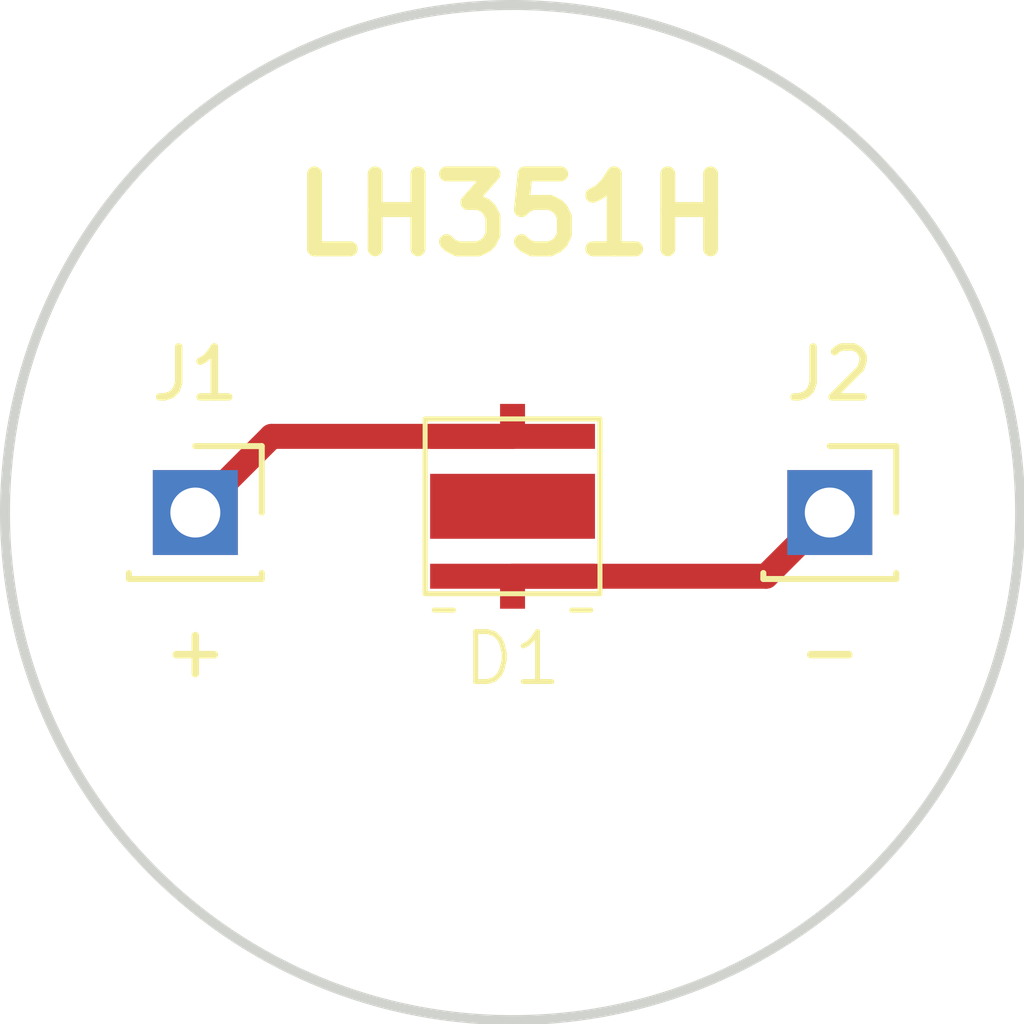
<source format=kicad_pcb>
(kicad_pcb (version 20241229) (generator "pcbnew") (generator_version "9.0")
  (layers (0 "F.Cu" signal) (2 "B.Cu" signal) (13 "F.Paste" user) (15 "B.Paste" user) (5 "F.SilkS" user "F.Silkscreen") (7 "B.SilkS" user "B.Silkscreen") (1 "F.Mask" user) (3 "B.Mask" user) (25 "Edge.Cuts" user))
  (net 0 "")
  (net 1 "Net-(D1-A)")
  (net 2 "Net-(D1-K)")
  (footprint "Connector_PinSocket_2.54mm:PinSocket_1x01_P2.54mm_Vertical" (layer "F.Cu") (at 144.78 106.68)
    (property "Reference" "J1" (at 0 -2.77 0) (layer "F.SilkS"))
    (property "Value" "+" (at 0 2.77 0) (layer "F.SilkS"))
    (fp_line (start -1.33 1.21) (end -1.33 1.33) (stroke (width 0.12)) (layer "F.SilkS"))
    (fp_line (start -1.33 1.33) (end 1.33 1.33) (stroke (width 0.12)) (layer "F.SilkS"))
    (fp_line (start 0 -1.33) (end 1.33 -1.33) (stroke (width 0.12)) (layer "F.SilkS"))
    (fp_line (start 1.33 -1.33) (end 1.33 0) (stroke (width 0.12)) (layer "F.SilkS"))
    (fp_line (start 1.33 1.21) (end 1.33 1.33) (stroke (width 0.12)) (layer "F.SilkS"))
    (pad "1" thru_hole rect (at 0 0) (size 1.7 1.7) (drill 1) (layers "*.Cu" "*.Mask") (net 1 "Net-(D1-A)"))
  )
  (footprint "Connector_PinSocket_2.54mm:PinSocket_1x01_P2.54mm_Vertical" (layer "F.Cu") (at 157.48 106.68)
    (property "Reference" "J2" (at 0 -2.77 0) (layer "F.SilkS"))
    (property "Value" "-" (at 0 2.77 0) (layer "F.SilkS"))
    (fp_line (start -1.33 1.21) (end -1.33 1.33) (stroke (width 0.12)) (layer "F.SilkS"))
    (fp_line (start -1.33 1.33) (end 1.33 1.33) (stroke (width 0.12)) (layer "F.SilkS"))
    (fp_line (start 0 -1.33) (end 1.33 -1.33) (stroke (width 0.12)) (layer "F.SilkS"))
    (fp_line (start 1.33 -1.33) (end 1.33 0) (stroke (width 0.12)) (layer "F.SilkS"))
    (fp_line (start 1.33 1.21) (end 1.33 1.33) (stroke (width 0.12)) (layer "F.SilkS"))
    (pad "1" thru_hole rect (at 0 0) (size 1.7 1.7) (drill 1) (layers "*.Cu" "*.Mask") (net 2 "Net-(D1-K)"))
  )
  (footprint "samsung-horticulture:LH351H" (layer "F.Cu") (at 151.13 108.605)
    (property "Reference" "D1" (at 0 1 0) (layer "F.SilkS") (effects (font (thickness 0.1))))
    (property "Value" "LH351H")
    (fp_rect (start -1.75 -3.8) (end 1.75 -0.3) (stroke (width 0.1)) (fill no) (layer "F.SilkS"))
    (fp_text user "-" (at 1.75 -0.3 0) (layer "F.SilkS") (effects (font (size 0.5 0.5) (thickness 0.1) (bold yes)) (justify right top)))
    (fp_text user "-" (at -1.75 -0.3 0) (layer "F.SilkS") (effects (font (size 0.5 0.5) (thickness 0.1) (bold yes)) (justify left top)))
    (pad "" smd rect (at 0 -2.05) (size 3.3 1.3) (layers "F.Cu" "F.Mask" "F.Paste"))
    (pad "1" smd custom (at 0 -0.65 180) (size 3.3 0.5) (layers "F.Cu" "F.Mask" "F.Paste") (net 2 "Net-(D1-K)") (options (clearance outline) (anchor rect)) (primitives (gr_poly (pts (xy -1.65 0.25) (xy -1.65 -0.25) (xy -0.25 -0.25) (xy -0.25 -0.65) (xy 0.25 -0.65) (xy 0.25 -0.25) (xy 1.65 -0.25) (xy 1.65 0.25)) (width 0) (fill yes)) (gr_rect (start -0.25 -0.65) (end 0.25 -0.25) (width 0) (fill yes))))
    (pad "2" smd custom (at 0 -3.45 180) (size 3.3 0.5) (layers "F.Cu" "F.Mask" "F.Paste") (net 1 "Net-(D1-A)") (options (clearance outline) (anchor rect)) (primitives (gr_poly (pts (xy -1.65 -0.25) (xy -1.65 0.25) (xy -0.25 0.25) (xy -0.25 0.65) (xy 0.25 0.65) (xy 0.25 0.25) (xy 1.65 0.25) (xy 1.65 -0.25)) (width 0) (fill yes)) (gr_rect (start -0.25 0.25) (end 0.25 0.65) (width 0) (fill yes))))
  )
  (gr_circle (center 151.13 106.68) (end 161.29 106.68) (stroke (width 0.2)) (fill no) (layer "Edge.Cuts"))
  (gr_text "LH351H" (at 151.13 101.6 0) (layer "F.SilkS") (effects (font (size 1.5 1.5) (thickness 0.3) (bold yes)) (justify bottom)))
  (segment (start 144.78 106.68) (end 146.305 105.155) (width 0.5) (layer "F.Cu") (net 1))
  (segment (start 146.305 105.155) (end 151.13 105.155) (width 0.5) (layer "F.Cu") (net 1))
  (segment (start 156.205 107.955) (end 151.13 107.955) (width 0.5) (layer "F.Cu") (net 2))
  (segment (start 157.48 106.68) (end 156.205 107.955) (width 0.5) (layer "F.Cu") (net 2))
)
</source>
